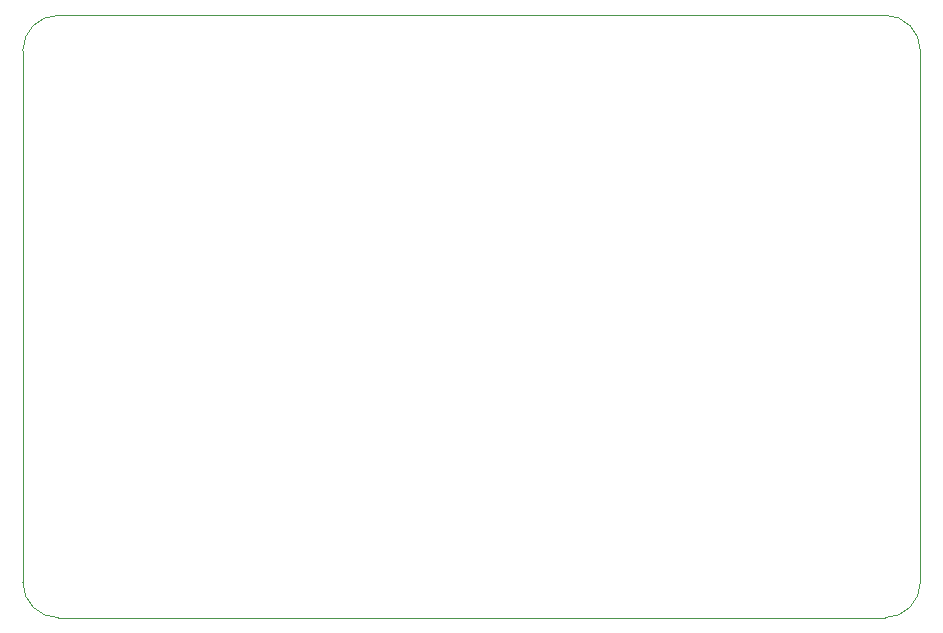
<source format=gbr>
%TF.GenerationSoftware,KiCad,Pcbnew,9.0.4*%
%TF.CreationDate,2025-11-28T16:57:25+01:00*%
%TF.ProjectId,Drone_PCB,44726f6e-655f-4504-9342-2e6b69636164,rev?*%
%TF.SameCoordinates,Original*%
%TF.FileFunction,Profile,NP*%
%FSLAX46Y46*%
G04 Gerber Fmt 4.6, Leading zero omitted, Abs format (unit mm)*
G04 Created by KiCad (PCBNEW 9.0.4) date 2025-11-28 16:57:25*
%MOMM*%
%LPD*%
G01*
G04 APERTURE LIST*
%TA.AperFunction,Profile*%
%ADD10C,0.050000*%
%TD*%
G04 APERTURE END LIST*
D10*
X37500000Y-103000000D02*
G75*
G02*
X34500000Y-100000000I0J3000000D01*
G01*
X34500000Y-55000000D02*
G75*
G02*
X37500000Y-52000000I3000000J0D01*
G01*
X107500000Y-103000000D02*
X37500000Y-103000000D01*
X110500000Y-99750000D02*
X110500000Y-100000000D01*
X34500000Y-100000000D02*
X34500000Y-55000000D01*
X107500000Y-52000000D02*
G75*
G02*
X110500000Y-55000000I0J-3000000D01*
G01*
X110500000Y-100000000D02*
G75*
G02*
X107500000Y-103000000I-3000000J0D01*
G01*
X110500000Y-55000000D02*
X110500000Y-99750000D01*
X37500000Y-52000000D02*
X107500000Y-52000000D01*
M02*

</source>
